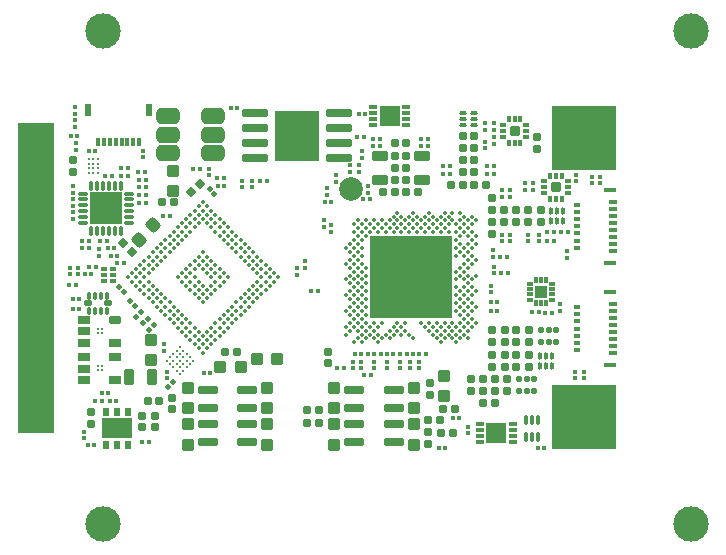
<source format=gbs>
G04*
G04 #@! TF.GenerationSoftware,Altium Limited,Altium Designer,19.1.6 (110)*
G04*
G04 Layer_Color=16711935*
%FSLAX44Y44*%
%MOMM*%
G71*
G01*
G75*
%ADD70R,3.1250X26.2500*%
%ADD71R,0.4000X0.4500*%
%ADD72R,0.4500X0.4000*%
%ADD89R,2.6000X0.7000*%
%ADD90C,0.2400*%
%ADD91C,0.3000*%
%ADD94C,2.0000*%
%ADD98C,3.0000*%
G04:AMPARAMS|DCode=99|XSize=0.6mm|YSize=0.7mm|CornerRadius=0.1mm|HoleSize=0mm|Usage=FLASHONLY|Rotation=90.000|XOffset=0mm|YOffset=0mm|HoleType=Round|Shape=RoundedRectangle|*
%AMROUNDEDRECTD99*
21,1,0.6000,0.5000,0,0,90.0*
21,1,0.4000,0.7000,0,0,90.0*
1,1,0.2000,0.2500,0.2000*
1,1,0.2000,0.2500,-0.2000*
1,1,0.2000,-0.2500,-0.2000*
1,1,0.2000,-0.2500,0.2000*
%
%ADD99ROUNDEDRECTD99*%
G04:AMPARAMS|DCode=108|XSize=0.7mm|YSize=0.7mm|CornerRadius=0.11mm|HoleSize=0mm|Usage=FLASHONLY|Rotation=0.000|XOffset=0mm|YOffset=0mm|HoleType=Round|Shape=RoundedRectangle|*
%AMROUNDEDRECTD108*
21,1,0.7000,0.4800,0,0,0.0*
21,1,0.4800,0.7000,0,0,0.0*
1,1,0.2200,0.2400,-0.2400*
1,1,0.2200,-0.2400,-0.2400*
1,1,0.2200,-0.2400,0.2400*
1,1,0.2200,0.2400,0.2400*
%
%ADD108ROUNDEDRECTD108*%
G04:AMPARAMS|DCode=110|XSize=1.4mm|YSize=0.9mm|CornerRadius=0.15mm|HoleSize=0mm|Usage=FLASHONLY|Rotation=90.000|XOffset=0mm|YOffset=0mm|HoleType=Round|Shape=RoundedRectangle|*
%AMROUNDEDRECTD110*
21,1,1.4000,0.6000,0,0,90.0*
21,1,1.1000,0.9000,0,0,90.0*
1,1,0.3000,0.3000,0.5500*
1,1,0.3000,0.3000,-0.5500*
1,1,0.3000,-0.3000,-0.5500*
1,1,0.3000,-0.3000,0.5500*
%
%ADD110ROUNDEDRECTD110*%
G04:AMPARAMS|DCode=111|XSize=0.4mm|YSize=0.45mm|CornerRadius=0mm|HoleSize=0mm|Usage=FLASHONLY|Rotation=45.000|XOffset=0mm|YOffset=0mm|HoleType=Round|Shape=Rectangle|*
%AMROTATEDRECTD111*
4,1,4,0.0177,-0.3005,-0.3005,0.0177,-0.0177,0.3005,0.3005,-0.0177,0.0177,-0.3005,0.0*
%
%ADD111ROTATEDRECTD111*%

G04:AMPARAMS|DCode=112|XSize=0.7mm|YSize=0.7mm|CornerRadius=0.11mm|HoleSize=0mm|Usage=FLASHONLY|Rotation=270.000|XOffset=0mm|YOffset=0mm|HoleType=Round|Shape=RoundedRectangle|*
%AMROUNDEDRECTD112*
21,1,0.7000,0.4800,0,0,270.0*
21,1,0.4800,0.7000,0,0,270.0*
1,1,0.2200,-0.2400,-0.2400*
1,1,0.2200,-0.2400,0.2400*
1,1,0.2200,0.2400,0.2400*
1,1,0.2200,0.2400,-0.2400*
%
%ADD112ROUNDEDRECTD112*%
G04:AMPARAMS|DCode=113|XSize=1.1mm|YSize=1mm|CornerRadius=0.1625mm|HoleSize=0mm|Usage=FLASHONLY|Rotation=270.000|XOffset=0mm|YOffset=0mm|HoleType=Round|Shape=RoundedRectangle|*
%AMROUNDEDRECTD113*
21,1,1.1000,0.6750,0,0,270.0*
21,1,0.7750,1.0000,0,0,270.0*
1,1,0.3250,-0.3375,-0.3875*
1,1,0.3250,-0.3375,0.3875*
1,1,0.3250,0.3375,0.3875*
1,1,0.3250,0.3375,-0.3875*
%
%ADD113ROUNDEDRECTD113*%
G04:AMPARAMS|DCode=114|XSize=1.1mm|YSize=1mm|CornerRadius=0.1625mm|HoleSize=0mm|Usage=FLASHONLY|Rotation=180.000|XOffset=0mm|YOffset=0mm|HoleType=Round|Shape=RoundedRectangle|*
%AMROUNDEDRECTD114*
21,1,1.1000,0.6750,0,0,180.0*
21,1,0.7750,1.0000,0,0,180.0*
1,1,0.3250,-0.3875,0.3375*
1,1,0.3250,0.3875,0.3375*
1,1,0.3250,0.3875,-0.3375*
1,1,0.3250,-0.3875,-0.3375*
%
%ADD114ROUNDEDRECTD114*%
G04:AMPARAMS|DCode=116|XSize=0.6mm|YSize=0.7mm|CornerRadius=0.1mm|HoleSize=0mm|Usage=FLASHONLY|Rotation=180.000|XOffset=0mm|YOffset=0mm|HoleType=Round|Shape=RoundedRectangle|*
%AMROUNDEDRECTD116*
21,1,0.6000,0.5000,0,0,180.0*
21,1,0.4000,0.7000,0,0,180.0*
1,1,0.2000,-0.2000,0.2500*
1,1,0.2000,0.2000,0.2500*
1,1,0.2000,0.2000,-0.2500*
1,1,0.2000,-0.2000,-0.2500*
%
%ADD116ROUNDEDRECTD116*%
G04:AMPARAMS|DCode=117|XSize=0.4mm|YSize=0.45mm|CornerRadius=0mm|HoleSize=0mm|Usage=FLASHONLY|Rotation=315.000|XOffset=0mm|YOffset=0mm|HoleType=Round|Shape=Rectangle|*
%AMROTATEDRECTD117*
4,1,4,-0.3005,-0.0177,0.0177,0.3005,0.3005,0.0177,-0.0177,-0.3005,-0.3005,-0.0177,0.0*
%
%ADD117ROTATEDRECTD117*%

%ADD118R,0.6000X0.8000*%
%ADD119R,2.6000X1.8000*%
G04:AMPARAMS|DCode=123|XSize=1.1mm|YSize=1.1mm|CornerRadius=0.2mm|HoleSize=0mm|Usage=FLASHONLY|Rotation=180.000|XOffset=0mm|YOffset=0mm|HoleType=Round|Shape=RoundedRectangle|*
%AMROUNDEDRECTD123*
21,1,1.1000,0.7000,0,0,180.0*
21,1,0.7000,1.1000,0,0,180.0*
1,1,0.4000,-0.3500,0.3500*
1,1,0.4000,0.3500,0.3500*
1,1,0.4000,0.3500,-0.3500*
1,1,0.4000,-0.3500,-0.3500*
%
%ADD123ROUNDEDRECTD123*%
%ADD124R,0.3000X0.4950*%
%ADD125R,0.4950X0.3000*%
G04:AMPARAMS|DCode=126|XSize=0.33mm|YSize=0.63mm|CornerRadius=0.1025mm|HoleSize=0mm|Usage=FLASHONLY|Rotation=0.000|XOffset=0mm|YOffset=0mm|HoleType=Round|Shape=RoundedRectangle|*
%AMROUNDEDRECTD126*
21,1,0.3300,0.4250,0,0,0.0*
21,1,0.1250,0.6300,0,0,0.0*
1,1,0.2050,0.0625,-0.2125*
1,1,0.2050,-0.0625,-0.2125*
1,1,0.2050,-0.0625,0.2125*
1,1,0.2050,0.0625,0.2125*
%
%ADD126ROUNDEDRECTD126*%
G04:AMPARAMS|DCode=128|XSize=0.6mm|YSize=0.7mm|CornerRadius=0.1mm|HoleSize=0mm|Usage=FLASHONLY|Rotation=45.000|XOffset=0mm|YOffset=0mm|HoleType=Round|Shape=RoundedRectangle|*
%AMROUNDEDRECTD128*
21,1,0.6000,0.5000,0,0,45.0*
21,1,0.4000,0.7000,0,0,45.0*
1,1,0.2000,0.3182,-0.0354*
1,1,0.2000,0.0354,-0.3182*
1,1,0.2000,-0.3182,0.0354*
1,1,0.2000,-0.0354,0.3182*
%
%ADD128ROUNDEDRECTD128*%
%ADD129R,5.5000X5.5000*%
%ADD144C,0.3500*%
%ADD180R,7.0000X7.0000*%
%ADD181O,0.3500X0.9000*%
%ADD182O,0.3500X1.0000*%
%ADD183O,1.0000X0.3500*%
%ADD184R,2.7000X2.7000*%
%ADD185R,0.6250X0.3500*%
G04:AMPARAMS|DCode=186|XSize=0.65mm|YSize=2.2mm|CornerRadius=0.1875mm|HoleSize=0mm|Usage=FLASHONLY|Rotation=90.000|XOffset=0mm|YOffset=0mm|HoleType=Round|Shape=RoundedRectangle|*
%AMROUNDEDRECTD186*
21,1,0.6500,1.8250,0,0,90.0*
21,1,0.2750,2.2000,0,0,90.0*
1,1,0.3750,0.9125,0.1375*
1,1,0.3750,0.9125,-0.1375*
1,1,0.3750,-0.9125,-0.1375*
1,1,0.3750,-0.9125,0.1375*
%
%ADD186ROUNDEDRECTD186*%
%ADD187R,3.7000X4.3000*%
%ADD188R,1.8000X1.8000*%
%ADD189R,0.7400X0.3900*%
G04:AMPARAMS|DCode=190|XSize=0.75mm|YSize=0.45mm|CornerRadius=0.1375mm|HoleSize=0mm|Usage=FLASHONLY|Rotation=180.000|XOffset=0mm|YOffset=0mm|HoleType=Round|Shape=RoundedRectangle|*
%AMROUNDEDRECTD190*
21,1,0.7500,0.1750,0,0,180.0*
21,1,0.4750,0.4500,0,0,180.0*
1,1,0.2750,-0.2375,0.0875*
1,1,0.2750,0.2375,0.0875*
1,1,0.2750,0.2375,-0.0875*
1,1,0.2750,-0.2375,-0.0875*
%
%ADD190ROUNDEDRECTD190*%
G04:AMPARAMS|DCode=191|XSize=0.65mm|YSize=0.4mm|CornerRadius=0.125mm|HoleSize=0mm|Usage=FLASHONLY|Rotation=270.000|XOffset=0mm|YOffset=0mm|HoleType=Round|Shape=RoundedRectangle|*
%AMROUNDEDRECTD191*
21,1,0.6500,0.1500,0,0,270.0*
21,1,0.4000,0.4000,0,0,270.0*
1,1,0.2500,-0.0750,-0.2000*
1,1,0.2500,-0.0750,0.2000*
1,1,0.2500,0.0750,0.2000*
1,1,0.2500,0.0750,-0.2000*
%
%ADD191ROUNDEDRECTD191*%
G04:AMPARAMS|DCode=192|XSize=0.65mm|YSize=0.35mm|CornerRadius=0.1125mm|HoleSize=0mm|Usage=FLASHONLY|Rotation=270.000|XOffset=0mm|YOffset=0mm|HoleType=Round|Shape=RoundedRectangle|*
%AMROUNDEDRECTD192*
21,1,0.6500,0.1250,0,0,270.0*
21,1,0.4250,0.3500,0,0,270.0*
1,1,0.2250,-0.0625,-0.2125*
1,1,0.2250,-0.0625,0.2125*
1,1,0.2250,0.0625,0.2125*
1,1,0.2250,0.0625,-0.2125*
%
%ADD192ROUNDEDRECTD192*%
%ADD193R,0.4000X0.8000*%
%ADD194R,0.5000X1.1000*%
%ADD195R,0.6000X0.4000*%
%ADD196R,0.8000X0.4000*%
%ADD197R,1.1000X0.4500*%
G04:AMPARAMS|DCode=198|XSize=1.7mm|YSize=0.6mm|CornerRadius=0.125mm|HoleSize=0mm|Usage=FLASHONLY|Rotation=0.000|XOffset=0mm|YOffset=0mm|HoleType=Round|Shape=RoundedRectangle|*
%AMROUNDEDRECTD198*
21,1,1.7000,0.3500,0,0,0.0*
21,1,1.4500,0.6000,0,0,0.0*
1,1,0.2500,0.7250,-0.1750*
1,1,0.2500,-0.7250,-0.1750*
1,1,0.2500,-0.7250,0.1750*
1,1,0.2500,0.7250,0.1750*
%
%ADD198ROUNDEDRECTD198*%
G04:AMPARAMS|DCode=199|XSize=1.4mm|YSize=0.9mm|CornerRadius=0.15mm|HoleSize=0mm|Usage=FLASHONLY|Rotation=0.000|XOffset=0mm|YOffset=0mm|HoleType=Round|Shape=RoundedRectangle|*
%AMROUNDEDRECTD199*
21,1,1.4000,0.6000,0,0,0.0*
21,1,1.1000,0.9000,0,0,0.0*
1,1,0.3000,0.5500,-0.3000*
1,1,0.3000,-0.5500,-0.3000*
1,1,0.3000,-0.5500,0.3000*
1,1,0.3000,0.5500,0.3000*
%
%ADD199ROUNDEDRECTD199*%
G04:AMPARAMS|DCode=200|XSize=0.3mm|YSize=0.55mm|CornerRadius=0.08mm|HoleSize=0mm|Usage=FLASHONLY|Rotation=90.000|XOffset=0mm|YOffset=0mm|HoleType=Round|Shape=RoundedRectangle|*
%AMROUNDEDRECTD200*
21,1,0.3000,0.3900,0,0,90.0*
21,1,0.1400,0.5500,0,0,90.0*
1,1,0.1600,0.1950,0.0700*
1,1,0.1600,0.1950,-0.0700*
1,1,0.1600,-0.1950,-0.0700*
1,1,0.1600,-0.1950,0.0700*
%
%ADD200ROUNDEDRECTD200*%
G04:AMPARAMS|DCode=201|XSize=0.3mm|YSize=0.55mm|CornerRadius=0.08mm|HoleSize=0mm|Usage=FLASHONLY|Rotation=0.000|XOffset=0mm|YOffset=0mm|HoleType=Round|Shape=RoundedRectangle|*
%AMROUNDEDRECTD201*
21,1,0.3000,0.3900,0,0,0.0*
21,1,0.1400,0.5500,0,0,0.0*
1,1,0.1600,0.0700,-0.1950*
1,1,0.1600,-0.0700,-0.1950*
1,1,0.1600,-0.0700,0.1950*
1,1,0.1600,0.0700,0.1950*
%
%ADD201ROUNDEDRECTD201*%
G04:AMPARAMS|DCode=202|XSize=0.9mm|YSize=0.9mm|CornerRadius=0.17mm|HoleSize=0mm|Usage=FLASHONLY|Rotation=180.000|XOffset=0mm|YOffset=0mm|HoleType=Round|Shape=RoundedRectangle|*
%AMROUNDEDRECTD202*
21,1,0.9000,0.5600,0,0,180.0*
21,1,0.5600,0.9000,0,0,180.0*
1,1,0.3400,-0.2800,0.2800*
1,1,0.3400,0.2800,0.2800*
1,1,0.3400,0.2800,-0.2800*
1,1,0.3400,-0.2800,-0.2800*
%
%ADD202ROUNDEDRECTD202*%
G04:AMPARAMS|DCode=203|XSize=0.55mm|YSize=0.45mm|CornerRadius=0.1025mm|HoleSize=0mm|Usage=FLASHONLY|Rotation=180.000|XOffset=0mm|YOffset=0mm|HoleType=Round|Shape=RoundedRectangle|*
%AMROUNDEDRECTD203*
21,1,0.5500,0.2450,0,0,180.0*
21,1,0.3450,0.4500,0,0,180.0*
1,1,0.2050,-0.1725,0.1225*
1,1,0.2050,0.1725,0.1225*
1,1,0.2050,0.1725,-0.1225*
1,1,0.2050,-0.1725,-0.1225*
%
%ADD203ROUNDEDRECTD203*%
%ADD204C,0.3000*%
G04:AMPARAMS|DCode=205|XSize=1.4mm|YSize=1.95mm|CornerRadius=0.375mm|HoleSize=0mm|Usage=FLASHONLY|Rotation=270.000|XOffset=0mm|YOffset=0mm|HoleType=Round|Shape=RoundedRectangle|*
%AMROUNDEDRECTD205*
21,1,1.4000,1.2000,0,0,270.0*
21,1,0.6500,1.9500,0,0,270.0*
1,1,0.7500,-0.6000,-0.3250*
1,1,0.7500,-0.6000,0.3250*
1,1,0.7500,0.6000,0.3250*
1,1,0.7500,0.6000,-0.3250*
%
%ADD205ROUNDEDRECTD205*%
G04:AMPARAMS|DCode=206|XSize=0.4mm|YSize=0.8mm|CornerRadius=0.125mm|HoleSize=0mm|Usage=FLASHONLY|Rotation=180.000|XOffset=0mm|YOffset=0mm|HoleType=Round|Shape=RoundedRectangle|*
%AMROUNDEDRECTD206*
21,1,0.4000,0.5500,0,0,180.0*
21,1,0.1500,0.8000,0,0,180.0*
1,1,0.2500,-0.0750,0.2750*
1,1,0.2500,0.0750,0.2750*
1,1,0.2500,0.0750,-0.2750*
1,1,0.2500,-0.0750,-0.2750*
%
%ADD206ROUNDEDRECTD206*%
G04:AMPARAMS|DCode=207|XSize=1.1mm|YSize=1mm|CornerRadius=0.1625mm|HoleSize=0mm|Usage=FLASHONLY|Rotation=315.000|XOffset=0mm|YOffset=0mm|HoleType=Round|Shape=RoundedRectangle|*
%AMROUNDEDRECTD207*
21,1,1.1000,0.6750,0,0,315.0*
21,1,0.7750,1.0000,0,0,315.0*
1,1,0.3250,0.0354,-0.5127*
1,1,0.3250,-0.5127,0.0354*
1,1,0.3250,-0.0354,0.5127*
1,1,0.3250,0.5127,-0.0354*
%
%ADD207ROUNDEDRECTD207*%
G04:AMPARAMS|DCode=208|XSize=0.6mm|YSize=0.7mm|CornerRadius=0.1mm|HoleSize=0mm|Usage=FLASHONLY|Rotation=135.000|XOffset=0mm|YOffset=0mm|HoleType=Round|Shape=RoundedRectangle|*
%AMROUNDEDRECTD208*
21,1,0.6000,0.5000,0,0,135.0*
21,1,0.4000,0.7000,0,0,135.0*
1,1,0.2000,0.0354,0.3182*
1,1,0.2000,0.3182,0.0354*
1,1,0.2000,-0.0354,-0.3182*
1,1,0.2000,-0.3182,-0.0354*
%
%ADD208ROUNDEDRECTD208*%
G04:AMPARAMS|DCode=209|XSize=0.33mm|YSize=0.63mm|CornerRadius=0.1025mm|HoleSize=0mm|Usage=FLASHONLY|Rotation=90.000|XOffset=0mm|YOffset=0mm|HoleType=Round|Shape=RoundedRectangle|*
%AMROUNDEDRECTD209*
21,1,0.3300,0.4250,0,0,90.0*
21,1,0.1250,0.6300,0,0,90.0*
1,1,0.2050,0.2125,0.0625*
1,1,0.2050,0.2125,-0.0625*
1,1,0.2050,-0.2125,-0.0625*
1,1,0.2050,-0.2125,0.0625*
%
%ADD209ROUNDEDRECTD209*%
G04:AMPARAMS|DCode=210|XSize=0.7mm|YSize=1.1mm|CornerRadius=0.125mm|HoleSize=0mm|Usage=FLASHONLY|Rotation=90.000|XOffset=0mm|YOffset=0mm|HoleType=Round|Shape=RoundedRectangle|*
%AMROUNDEDRECTD210*
21,1,0.7000,0.8500,0,0,90.0*
21,1,0.4500,1.1000,0,0,90.0*
1,1,0.2500,0.4250,0.2250*
1,1,0.2500,0.4250,-0.2250*
1,1,0.2500,-0.4250,-0.2250*
1,1,0.2500,-0.4250,0.2250*
%
%ADD210ROUNDEDRECTD210*%
G04:AMPARAMS|DCode=211|XSize=0.65mm|YSize=1.1mm|CornerRadius=0.1188mm|HoleSize=0mm|Usage=FLASHONLY|Rotation=90.000|XOffset=0mm|YOffset=0mm|HoleType=Round|Shape=RoundedRectangle|*
%AMROUNDEDRECTD211*
21,1,0.6500,0.8625,0,0,90.0*
21,1,0.4125,1.1000,0,0,90.0*
1,1,0.2375,0.4313,0.2063*
1,1,0.2375,0.4313,-0.2063*
1,1,0.2375,-0.4313,-0.2063*
1,1,0.2375,-0.4313,0.2063*
%
%ADD211ROUNDEDRECTD211*%
D70*
X-26875Y148250D02*
D03*
D71*
X168800Y230550D02*
D03*
X163200D02*
D03*
X60700Y231000D02*
D03*
X66300D02*
D03*
X60700Y224750D02*
D03*
X66300D02*
D03*
X23750Y157500D02*
D03*
X18150D02*
D03*
X20050Y151000D02*
D03*
X14450D02*
D03*
X60750Y218200D02*
D03*
X66350D02*
D03*
X60700Y211250D02*
D03*
X66300D02*
D03*
X27450Y179250D02*
D03*
X33050D02*
D03*
X36450Y166750D02*
D03*
X42050D02*
D03*
X33950Y173250D02*
D03*
X39550D02*
D03*
X12450Y173250D02*
D03*
X18050D02*
D03*
Y179750D02*
D03*
X12450D02*
D03*
X45450Y241250D02*
D03*
X51050D02*
D03*
X59700Y237500D02*
D03*
X65300D02*
D03*
X31700Y234500D02*
D03*
X37300D02*
D03*
X45450D02*
D03*
X51050D02*
D03*
X28950Y50750D02*
D03*
X34550D02*
D03*
X126950Y232500D02*
D03*
X132550D02*
D03*
X319800Y4500D02*
D03*
X314200D02*
D03*
X246450Y287250D02*
D03*
X252050D02*
D03*
X398250Y4000D02*
D03*
X403850D02*
D03*
X68777Y9000D02*
D03*
X63177D02*
D03*
X143800Y292250D02*
D03*
X138200D02*
D03*
X35766Y43666D02*
D03*
X41366D02*
D03*
X23438D02*
D03*
X29038D02*
D03*
X331750Y29189D02*
D03*
X326150D02*
D03*
X47800Y160500D02*
D03*
X42200D02*
D03*
X406200Y179750D02*
D03*
X411800D02*
D03*
X418150Y187000D02*
D03*
X423750D02*
D03*
X406150D02*
D03*
X411750D02*
D03*
X305300Y266000D02*
D03*
X299700D02*
D03*
X264300Y259500D02*
D03*
X258700D02*
D03*
X299700D02*
D03*
X305300D02*
D03*
X258700Y266000D02*
D03*
X264300D02*
D03*
X361100Y242500D02*
D03*
X355500D02*
D03*
Y236000D02*
D03*
X361100D02*
D03*
X317900Y242500D02*
D03*
X323500D02*
D03*
Y236000D02*
D03*
X317900D02*
D03*
X223300Y212250D02*
D03*
X217700D02*
D03*
X112250Y240550D02*
D03*
X106650D02*
D03*
X127000Y225550D02*
D03*
X132600D02*
D03*
X257050Y65750D02*
D03*
X251450D02*
D03*
X234000Y71707D02*
D03*
X228400D02*
D03*
X211975Y136970D02*
D03*
X206375D02*
D03*
X2700Y268250D02*
D03*
X8300D02*
D03*
X245500Y267800D02*
D03*
X251100D02*
D03*
X23600Y255250D02*
D03*
X18000D02*
D03*
X115357Y67707D02*
D03*
X120957D02*
D03*
X364050Y120150D02*
D03*
X358450D02*
D03*
X10050Y130500D02*
D03*
X4450Y130500D02*
D03*
X10050Y122058D02*
D03*
X4450D02*
D03*
X17195Y6750D02*
D03*
X22795Y6750D02*
D03*
X7043Y141747D02*
D03*
X1443D02*
D03*
X393185Y119100D02*
D03*
X398785Y119100D02*
D03*
X410050Y118500D02*
D03*
X404450D02*
D03*
X86479Y200750D02*
D03*
X80879D02*
D03*
X364050Y127500D02*
D03*
X358450D02*
D03*
X256050Y214500D02*
D03*
X250450D02*
D03*
X292665Y84000D02*
D03*
X287065D02*
D03*
X281550D02*
D03*
X275950D02*
D03*
X270750D02*
D03*
X265150D02*
D03*
X297950D02*
D03*
X303550D02*
D03*
X259750D02*
D03*
X254150D02*
D03*
X248750D02*
D03*
X243150D02*
D03*
X371850Y165950D02*
D03*
X366250D02*
D03*
X367450Y152050D02*
D03*
X373050D02*
D03*
D72*
X147750Y230550D02*
D03*
Y224950D02*
D03*
X156250D02*
D03*
Y230550D02*
D03*
X1950Y156600D02*
D03*
Y151000D02*
D03*
X8700D02*
D03*
Y156600D02*
D03*
X4500Y197950D02*
D03*
Y203550D02*
D03*
X4500Y214550D02*
D03*
Y208950D02*
D03*
Y225750D02*
D03*
Y220150D02*
D03*
X26750Y172300D02*
D03*
Y166700D02*
D03*
X14000Y18050D02*
D03*
Y12450D02*
D03*
X120162Y240600D02*
D03*
Y235000D02*
D03*
X422500Y170800D02*
D03*
Y165200D02*
D03*
X429500Y68850D02*
D03*
Y63250D02*
D03*
X437000Y68800D02*
D03*
Y63200D02*
D03*
X339250Y16700D02*
D03*
Y22300D02*
D03*
X220000Y218700D02*
D03*
Y224300D02*
D03*
X227250Y229700D02*
D03*
Y235300D02*
D03*
X6500Y292750D02*
D03*
Y287150D02*
D03*
X390250Y179200D02*
D03*
Y184800D02*
D03*
X399000D02*
D03*
Y179200D02*
D03*
X387250Y222700D02*
D03*
Y228300D02*
D03*
X393750D02*
D03*
Y222700D02*
D03*
X374250Y178950D02*
D03*
Y184550D02*
D03*
X367750D02*
D03*
Y178950D02*
D03*
X374500Y222300D02*
D03*
Y216700D02*
D03*
X368000Y216700D02*
D03*
Y222300D02*
D03*
X194250Y156550D02*
D03*
Y150950D02*
D03*
X201000Y156550D02*
D03*
Y162150D02*
D03*
X353500Y257950D02*
D03*
Y263550D02*
D03*
X241750Y77300D02*
D03*
Y71700D02*
D03*
X84000Y63200D02*
D03*
Y68800D02*
D03*
X246750Y243300D02*
D03*
Y237700D02*
D03*
X6500Y275950D02*
D03*
Y281550D02*
D03*
X239250Y243300D02*
D03*
Y237700D02*
D03*
X63500Y255750D02*
D03*
Y250150D02*
D03*
X249750Y249950D02*
D03*
Y255550D02*
D03*
X7500Y256450D02*
D03*
Y262050D02*
D03*
X81500Y86450D02*
D03*
Y92050D02*
D03*
X416750Y120450D02*
D03*
Y126050D02*
D03*
X358500Y135950D02*
D03*
Y141550D02*
D03*
X361000Y157650D02*
D03*
Y152050D02*
D03*
X450750Y228200D02*
D03*
X450750Y233800D02*
D03*
X444250Y228200D02*
D03*
Y233800D02*
D03*
X430200Y235350D02*
D03*
Y229750D02*
D03*
X353750Y278850D02*
D03*
X353750Y273250D02*
D03*
X361250Y278850D02*
D03*
Y273250D02*
D03*
X361000Y261700D02*
D03*
Y267300D02*
D03*
X254250Y225800D02*
D03*
Y220200D02*
D03*
X223250Y192550D02*
D03*
Y186950D02*
D03*
X216750Y196800D02*
D03*
Y191200D02*
D03*
X290000Y71700D02*
D03*
Y77300D02*
D03*
X281500Y71700D02*
D03*
Y77300D02*
D03*
X270750Y71700D02*
D03*
Y77300D02*
D03*
X298000Y71700D02*
D03*
Y77300D02*
D03*
X259700Y71700D02*
D03*
Y77300D02*
D03*
X248750Y71700D02*
D03*
Y77300D02*
D03*
X360000Y165950D02*
D03*
Y171550D02*
D03*
D89*
X-25000Y262497D02*
D03*
Y254497D02*
D03*
X-25000Y246497D02*
D03*
Y238497D02*
D03*
Y230497D02*
D03*
Y222497D02*
D03*
X-25000Y214497D02*
D03*
Y206497D02*
D03*
X-25000Y166497D02*
D03*
X-25000Y158497D02*
D03*
Y150497D02*
D03*
Y142497D02*
D03*
Y134497D02*
D03*
Y126497D02*
D03*
Y118497D02*
D03*
Y110497D02*
D03*
Y102497D02*
D03*
Y94497D02*
D03*
Y86497D02*
D03*
Y78497D02*
D03*
Y70497D02*
D03*
Y62497D02*
D03*
Y54497D02*
D03*
X-25000Y46497D02*
D03*
Y38497D02*
D03*
Y30497D02*
D03*
D90*
X25500Y69750D02*
D03*
X29000D02*
D03*
X25500Y73250D02*
D03*
X29000D02*
D03*
Y105000D02*
D03*
X25500D02*
D03*
X29000Y101500D02*
D03*
X25500D02*
D03*
D91*
X106478Y78085D02*
D03*
X83851D02*
D03*
X86679Y80914D02*
D03*
X89508Y83742D02*
D03*
X92336Y86571D02*
D03*
X95164Y89399D02*
D03*
X100821Y72429D02*
D03*
X103650Y75257D02*
D03*
X89508Y72429D02*
D03*
X92336Y75257D02*
D03*
X95164Y78085D02*
D03*
X97993Y80914D02*
D03*
X100821Y83742D02*
D03*
X95164Y66772D02*
D03*
X92336Y69600D02*
D03*
X95164Y72429D02*
D03*
X97993Y75257D02*
D03*
X100821Y78085D02*
D03*
X103650Y80914D02*
D03*
X86679Y75257D02*
D03*
X89508Y78085D02*
D03*
X92336Y80914D02*
D03*
X97993Y69600D02*
D03*
X95164Y83742D02*
D03*
X97993Y86571D02*
D03*
D94*
X240250Y223500D02*
D03*
D98*
X30000Y357300D02*
D03*
X528250Y357300D02*
D03*
Y-60300D02*
D03*
X30050Y-60250D02*
D03*
D99*
X327750Y37250D02*
D03*
X317750D02*
D03*
X143500Y85000D02*
D03*
X133500D02*
D03*
X80000Y211969D02*
D03*
X90000D02*
D03*
X361771Y42000D02*
D03*
X351771D02*
D03*
X361975Y52535D02*
D03*
X351975D02*
D03*
X361975Y62535D02*
D03*
X351975D02*
D03*
X287000Y231000D02*
D03*
X277000D02*
D03*
X344500Y237500D02*
D03*
X334500D02*
D03*
Y268500D02*
D03*
X344500D02*
D03*
X277000Y262000D02*
D03*
X287000D02*
D03*
X380025Y83045D02*
D03*
X370025D02*
D03*
X380025Y73045D02*
D03*
X370025D02*
D03*
X380000Y205500D02*
D03*
X390000D02*
D03*
Y195500D02*
D03*
X380000D02*
D03*
X370025Y94045D02*
D03*
X380025D02*
D03*
X370025Y104045D02*
D03*
X380025D02*
D03*
D108*
X220500Y85750D02*
D03*
Y75750D02*
D03*
X88750Y36750D02*
D03*
Y46750D02*
D03*
X390525Y104045D02*
D03*
Y94045D02*
D03*
X372475Y62535D02*
D03*
Y52535D02*
D03*
X73745Y21500D02*
D03*
Y31500D02*
D03*
X359000Y205500D02*
D03*
X359000Y215500D02*
D03*
Y195500D02*
D03*
Y185500D02*
D03*
X306500Y58750D02*
D03*
Y48750D02*
D03*
X305250Y17500D02*
D03*
Y7500D02*
D03*
D110*
X51750Y64500D02*
D03*
X71750D02*
D03*
D111*
X85406Y55599D02*
D03*
X89366Y59559D02*
D03*
X69372Y104062D02*
D03*
X73331Y108022D02*
D03*
X58411Y115022D02*
D03*
X62371Y118982D02*
D03*
X67851Y113502D02*
D03*
X63892Y109542D02*
D03*
D112*
X77750Y43750D02*
D03*
X67750D02*
D03*
X315250Y27500D02*
D03*
X305250D02*
D03*
X316500Y16500D02*
D03*
X326500Y16500D02*
D03*
X287000Y220500D02*
D03*
X297000D02*
D03*
X277000D02*
D03*
X267000D02*
D03*
X334500Y227000D02*
D03*
X324500D02*
D03*
X344500D02*
D03*
X354500D02*
D03*
X212750Y36500D02*
D03*
X202750D02*
D03*
X212750Y25500D02*
D03*
X202750D02*
D03*
D113*
X160500Y79500D02*
D03*
X177500D02*
D03*
X146500Y72750D02*
D03*
X129500D02*
D03*
D114*
X226000Y24000D02*
D03*
Y7000D02*
D03*
X318500Y64750D02*
D03*
Y47750D02*
D03*
X89250Y239000D02*
D03*
Y222000D02*
D03*
X70289Y95250D02*
D03*
Y78250D02*
D03*
X169250Y55000D02*
D03*
Y38000D02*
D03*
X102250Y55000D02*
D03*
Y38000D02*
D03*
X169250Y7000D02*
D03*
Y24000D02*
D03*
X102250D02*
D03*
Y7000D02*
D03*
X293000Y38000D02*
D03*
Y55000D02*
D03*
X226000Y55000D02*
D03*
Y38000D02*
D03*
X293000Y7000D02*
D03*
Y24000D02*
D03*
D116*
X4750Y248000D02*
D03*
Y238000D02*
D03*
X397500Y267000D02*
D03*
Y257000D02*
D03*
X341475Y52535D02*
D03*
Y62535D02*
D03*
X63245Y21500D02*
D03*
Y31500D02*
D03*
X20104Y24750D02*
D03*
Y34750D02*
D03*
X334500Y248000D02*
D03*
Y258000D02*
D03*
X344500D02*
D03*
Y248000D02*
D03*
X287000Y251500D02*
D03*
Y241500D02*
D03*
X277000D02*
D03*
Y251500D02*
D03*
X359525Y73045D02*
D03*
Y83045D02*
D03*
X390525Y73045D02*
D03*
Y83045D02*
D03*
X400500Y205500D02*
D03*
Y195500D02*
D03*
X369500D02*
D03*
Y205500D02*
D03*
X359525Y104045D02*
D03*
Y94045D02*
D03*
D117*
X44020Y140230D02*
D03*
X47980Y136270D02*
D03*
X120270Y223230D02*
D03*
X124230Y219270D02*
D03*
X52931Y128422D02*
D03*
X56891Y124462D02*
D03*
D118*
X51250Y34750D02*
D03*
X41750D02*
D03*
X32250D02*
D03*
Y6750D02*
D03*
X41750D02*
D03*
X51250D02*
D03*
D119*
X41750Y20750D02*
D03*
D123*
X401000Y136500D02*
D03*
D124*
X405000Y126975D02*
D03*
X401000Y126975D02*
D03*
X397000D02*
D03*
Y146025D02*
D03*
X401000Y146025D02*
D03*
X405000D02*
D03*
D125*
X410525Y143250D02*
D03*
X410525Y138750D02*
D03*
Y134250D02*
D03*
X410525Y129750D02*
D03*
X391475Y129750D02*
D03*
Y134250D02*
D03*
Y138750D02*
D03*
X391475Y143250D02*
D03*
D126*
X404827Y82295D02*
D03*
X409827D02*
D03*
X404827Y73795D02*
D03*
X409827D02*
D03*
X399827D02*
D03*
Y82295D02*
D03*
X419510Y196250D02*
D03*
X414510D02*
D03*
X419510Y204750D02*
D03*
X414510D02*
D03*
X409510D02*
D03*
Y196250D02*
D03*
D128*
X47214Y177535D02*
D03*
X54285Y170464D02*
D03*
D129*
X437500Y30500D02*
D03*
Y266500D02*
D03*
D144*
X329295Y93510D02*
D03*
X332625Y96840D02*
D03*
X335955Y100170D02*
D03*
X339285Y103500D02*
D03*
X342615Y106830D02*
D03*
X345945Y110160D02*
D03*
X342615Y113490D02*
D03*
X339285Y110160D02*
D03*
X332625Y103500D02*
D03*
X335955Y106830D02*
D03*
X325965Y96840D02*
D03*
X329295Y100170D02*
D03*
X325965Y103500D02*
D03*
X322635Y100170D02*
D03*
X332625Y110160D02*
D03*
X329295Y106830D02*
D03*
X335955Y113490D02*
D03*
X339285Y116820D02*
D03*
X322635Y106830D02*
D03*
X319305Y103500D02*
D03*
X325965Y110160D02*
D03*
X335955Y120150D02*
D03*
X332625Y116820D02*
D03*
X312645Y96840D02*
D03*
X315975Y100170D02*
D03*
Y93510D02*
D03*
X319305Y96840D02*
D03*
X342615Y126810D02*
D03*
X339285Y123480D02*
D03*
X345945D02*
D03*
X342615Y120150D02*
D03*
X335955Y126810D02*
D03*
X339285Y130140D02*
D03*
X329295Y120150D02*
D03*
X332625Y123480D02*
D03*
X315975Y106830D02*
D03*
X319305Y110160D02*
D03*
X309315Y100170D02*
D03*
X312645Y103500D02*
D03*
X309315Y106830D02*
D03*
X305985Y103500D02*
D03*
X312645Y110160D02*
D03*
X305985D02*
D03*
X302655Y106830D02*
D03*
X299325Y110160D02*
D03*
X345945Y136800D02*
D03*
X342615Y133470D02*
D03*
X339285Y136800D02*
D03*
X342615Y140130D02*
D03*
X329295Y126810D02*
D03*
X335955Y133470D02*
D03*
X332625Y130140D02*
D03*
X342615Y146790D02*
D03*
X332625Y136800D02*
D03*
X329295Y133470D02*
D03*
X339285Y143460D02*
D03*
X335955Y140130D02*
D03*
X329295D02*
D03*
X335955Y146790D02*
D03*
Y153450D02*
D03*
X339285Y156780D02*
D03*
X329295Y146790D02*
D03*
X332625Y150120D02*
D03*
X345945Y163440D02*
D03*
X342615Y160110D02*
D03*
X335955D02*
D03*
X339285Y163440D02*
D03*
X329295Y153450D02*
D03*
X332625Y156780D02*
D03*
X342615Y166770D02*
D03*
X335955D02*
D03*
X339285Y170100D02*
D03*
X345945Y176760D02*
D03*
X342615Y173430D02*
D03*
X335955D02*
D03*
X339285Y176760D02*
D03*
X329295Y166770D02*
D03*
X332625Y170100D02*
D03*
X345945Y183420D02*
D03*
X342615Y180090D02*
D03*
X339285Y183420D02*
D03*
X329295Y173430D02*
D03*
X332625Y176760D02*
D03*
X339285Y190081D02*
D03*
X329295Y180090D02*
D03*
X332625Y183420D02*
D03*
X345945Y196740D02*
D03*
X342615Y193410D02*
D03*
X335955D02*
D03*
X339285Y196740D02*
D03*
X332625Y190081D02*
D03*
X342615Y200070D02*
D03*
X335955D02*
D03*
X329295Y193410D02*
D03*
X332625Y196740D02*
D03*
X339285Y96840D02*
D03*
X286005Y110160D02*
D03*
X279345D02*
D03*
X282675Y106830D02*
D03*
X286005Y103500D02*
D03*
X289335Y100170D02*
D03*
X292665Y96840D02*
D03*
X276015Y106830D02*
D03*
X279345Y103500D02*
D03*
X276015Y100170D02*
D03*
X272685Y103500D02*
D03*
Y96840D02*
D03*
X269355Y100170D02*
D03*
X282675D02*
D03*
X266025Y96840D02*
D03*
X262695Y93510D02*
D03*
X259365Y96840D02*
D03*
X262695Y100170D02*
D03*
X266025Y110160D02*
D03*
X262695Y106830D02*
D03*
X259365Y103500D02*
D03*
X252705Y96840D02*
D03*
X256035Y100170D02*
D03*
X249375Y93510D02*
D03*
X242715D02*
D03*
X249375Y100170D02*
D03*
X246045Y96840D02*
D03*
X252705Y103500D02*
D03*
X256035Y106830D02*
D03*
X259365Y110160D02*
D03*
X246045Y103500D02*
D03*
X249375Y106830D02*
D03*
X252705Y110160D02*
D03*
X236054Y100170D02*
D03*
X242715Y106830D02*
D03*
X239385Y103500D02*
D03*
X246045Y110160D02*
D03*
X249375Y113490D02*
D03*
X252705Y116820D02*
D03*
X236054Y106830D02*
D03*
X242715Y113490D02*
D03*
X239385Y110160D02*
D03*
X246045Y116820D02*
D03*
X249375Y120150D02*
D03*
X252705Y123480D02*
D03*
X242715Y120150D02*
D03*
X239385Y116820D02*
D03*
X246045Y123480D02*
D03*
X249375Y126810D02*
D03*
X252705Y130140D02*
D03*
X236054Y120150D02*
D03*
X242715Y126810D02*
D03*
X239385Y123480D02*
D03*
X246045Y130140D02*
D03*
X249375Y133470D02*
D03*
X252705Y136800D02*
D03*
X242715Y133470D02*
D03*
X239385Y130140D02*
D03*
X246045Y136800D02*
D03*
X249375Y140130D02*
D03*
X252705Y143460D02*
D03*
X236054Y133470D02*
D03*
X242715Y140130D02*
D03*
X239385Y136800D02*
D03*
X246045Y143460D02*
D03*
X249375Y146790D02*
D03*
X252705Y150120D02*
D03*
X242715Y146790D02*
D03*
X239385Y143460D02*
D03*
X246045Y150120D02*
D03*
X249375Y153450D02*
D03*
X252705Y156781D02*
D03*
X236054Y146791D02*
D03*
X242715Y153450D02*
D03*
X239385Y150120D02*
D03*
X246045Y156781D02*
D03*
X249375Y160110D02*
D03*
X242715Y160111D02*
D03*
X239385Y156781D02*
D03*
X246045Y163441D02*
D03*
X249375Y166771D02*
D03*
X236054Y160111D02*
D03*
X242715Y166771D02*
D03*
X239385Y163441D02*
D03*
X246045Y170101D02*
D03*
X249375Y173431D02*
D03*
X239385Y170101D02*
D03*
X246045Y176761D02*
D03*
X242715Y173431D02*
D03*
X249375Y180091D02*
D03*
X252705Y183421D02*
D03*
X256035Y186751D02*
D03*
X236054Y173431D02*
D03*
X242715Y180091D02*
D03*
X239385Y176761D02*
D03*
X246045Y183421D02*
D03*
X249375Y186751D02*
D03*
X252705Y190081D02*
D03*
X259365Y196741D02*
D03*
X256035Y193411D02*
D03*
X262695D02*
D03*
X259365Y190081D02*
D03*
X252705Y196741D02*
D03*
X249375Y193411D02*
D03*
X246045Y190081D02*
D03*
X242715Y186751D02*
D03*
X246045Y196741D02*
D03*
X242715Y193411D02*
D03*
X262695Y186751D02*
D03*
X269355D02*
D03*
X276015D02*
D03*
X282675D02*
D03*
X289335D02*
D03*
X295995D02*
D03*
X302655D02*
D03*
X309315D02*
D03*
X315975D02*
D03*
X322635D02*
D03*
X329295D02*
D03*
X335955D02*
D03*
X342615D02*
D03*
X266025Y190081D02*
D03*
X272685D02*
D03*
X279345D02*
D03*
X286005D02*
D03*
X292665D02*
D03*
X299325D02*
D03*
X305985D02*
D03*
X319305D02*
D03*
X312645D02*
D03*
X322635Y193411D02*
D03*
X315975D02*
D03*
X309315D02*
D03*
X302655D02*
D03*
X295995D02*
D03*
X289335D02*
D03*
X282675D02*
D03*
X276015D02*
D03*
X269355D02*
D03*
X319305Y196741D02*
D03*
X312645D02*
D03*
X305985D02*
D03*
X299325D02*
D03*
X292665D02*
D03*
X286005D02*
D03*
X279345D02*
D03*
X272685D02*
D03*
X266025D02*
D03*
X325965D02*
D03*
X332625Y203400D02*
D03*
X322635Y200071D02*
D03*
X276015D02*
D03*
X282675D02*
D03*
X289335D02*
D03*
X295995D02*
D03*
X302655D02*
D03*
X309315D02*
D03*
X315975D02*
D03*
X325965Y203401D02*
D03*
X319305D02*
D03*
X305985D02*
D03*
X292665D02*
D03*
X279345D02*
D03*
X345945Y150120D02*
D03*
X339285D02*
D03*
X125274Y187391D02*
D03*
X121738Y190926D02*
D03*
X118203Y194462D02*
D03*
X121738Y197997D02*
D03*
X51028Y148500D02*
D03*
X54563Y144965D02*
D03*
X58099Y141429D02*
D03*
X61634Y137893D02*
D03*
X65170Y134358D02*
D03*
X68705Y130822D02*
D03*
X72241Y127287D02*
D03*
X75776Y123751D02*
D03*
X79312Y120216D02*
D03*
X82847Y116680D02*
D03*
X86383Y113145D02*
D03*
X89918Y109609D02*
D03*
X93454Y106074D02*
D03*
X96990Y102538D02*
D03*
X100525Y99003D02*
D03*
X104061Y95467D02*
D03*
X107596Y91931D02*
D03*
X111132Y88396D02*
D03*
X114667Y84860D02*
D03*
X54563Y152036D02*
D03*
X58099Y148500D02*
D03*
X61634Y144965D02*
D03*
X65170Y141429D02*
D03*
X68705Y137893D02*
D03*
X72241Y134358D02*
D03*
X75776Y130822D02*
D03*
X79312Y127287D02*
D03*
X82847Y123751D02*
D03*
X86383Y120216D02*
D03*
X89918Y116680D02*
D03*
X93454Y113145D02*
D03*
X96990Y109609D02*
D03*
X100525Y106074D02*
D03*
X104061Y102538D02*
D03*
X107596Y99003D02*
D03*
X111132Y95467D02*
D03*
X114667Y91931D02*
D03*
X118203Y88396D02*
D03*
X58099Y155571D02*
D03*
X61634Y152036D02*
D03*
X65170Y148500D02*
D03*
X68705Y144965D02*
D03*
X72241Y141429D02*
D03*
X75777Y137893D02*
D03*
X79312Y134358D02*
D03*
X82847Y130822D02*
D03*
X86383Y127287D02*
D03*
X89919Y123751D02*
D03*
X93454Y120216D02*
D03*
X96990Y116680D02*
D03*
X100525Y113145D02*
D03*
X104061Y109609D02*
D03*
X107596Y106074D02*
D03*
X111132Y102538D02*
D03*
X114667Y99003D02*
D03*
X118203Y95467D02*
D03*
X121738Y91931D02*
D03*
X61634Y159107D02*
D03*
X65170Y155571D02*
D03*
X68705Y152036D02*
D03*
X118203Y102538D02*
D03*
X121738Y99003D02*
D03*
X125274Y95467D02*
D03*
X65170Y162642D02*
D03*
X68705Y159107D02*
D03*
X72241Y155571D02*
D03*
X121738Y106074D02*
D03*
X125274Y102538D02*
D03*
X128809Y99003D02*
D03*
X68705Y166178D02*
D03*
X72241Y162642D02*
D03*
X75776Y159107D02*
D03*
X125274Y109609D02*
D03*
X128809Y106074D02*
D03*
X132345Y102538D02*
D03*
X72241Y169713D02*
D03*
X75776Y166178D02*
D03*
X79312Y162642D02*
D03*
X93454Y148500D02*
D03*
X96990Y144965D02*
D03*
X100525Y141429D02*
D03*
X104061Y137893D02*
D03*
X107596Y134358D02*
D03*
X111132Y130822D02*
D03*
X114667Y127287D02*
D03*
X128809Y113145D02*
D03*
X132345Y109609D02*
D03*
X135880Y106074D02*
D03*
X75777Y173249D02*
D03*
X82847Y166178D02*
D03*
X96990Y152036D02*
D03*
X100525Y148500D02*
D03*
X104061Y144965D02*
D03*
X107596Y141429D02*
D03*
X111132Y137893D02*
D03*
X114667Y134358D02*
D03*
X118203Y130822D02*
D03*
X132345Y116680D02*
D03*
X135880Y113145D02*
D03*
X139416Y109609D02*
D03*
X79312Y176784D02*
D03*
X86383Y169713D02*
D03*
X100525Y155571D02*
D03*
X104061Y152036D02*
D03*
X107596Y148500D02*
D03*
X111132Y144965D02*
D03*
X114667Y141429D02*
D03*
X118203Y137893D02*
D03*
X121738Y134358D02*
D03*
X135880Y120216D02*
D03*
X139416Y116680D02*
D03*
X142952Y113145D02*
D03*
X82847Y180320D02*
D03*
X86383Y176784D02*
D03*
X89919Y173249D02*
D03*
X104061Y159107D02*
D03*
X107596Y155571D02*
D03*
X121738Y141429D02*
D03*
X125274Y137893D02*
D03*
X139416Y123751D02*
D03*
X142952Y120216D02*
D03*
X146487Y116680D02*
D03*
X86383Y183855D02*
D03*
X89918Y180320D02*
D03*
X93454Y176784D02*
D03*
X107596Y162642D02*
D03*
X111132Y159107D02*
D03*
X114667Y155571D02*
D03*
X118203Y152036D02*
D03*
X121738Y148500D02*
D03*
X125274Y144965D02*
D03*
X128809Y141429D02*
D03*
X142951Y127287D02*
D03*
X146487Y123751D02*
D03*
X150023Y120216D02*
D03*
X89918Y187391D02*
D03*
X93454Y183855D02*
D03*
X96990Y180320D02*
D03*
X111132Y166178D02*
D03*
X114667Y162642D02*
D03*
X118203Y159107D02*
D03*
X121738Y155571D02*
D03*
X125274Y152036D02*
D03*
X128809Y148500D02*
D03*
X132345Y144965D02*
D03*
X146487Y130822D02*
D03*
X150023Y127287D02*
D03*
X153558Y123751D02*
D03*
X93454Y190926D02*
D03*
X96990Y187391D02*
D03*
X100525Y183855D02*
D03*
X114667Y169713D02*
D03*
X118203Y166178D02*
D03*
X121738Y162642D02*
D03*
X125274Y159107D02*
D03*
X128809Y155571D02*
D03*
X132345Y152036D02*
D03*
X135880Y148500D02*
D03*
X150023Y134358D02*
D03*
X153558Y130822D02*
D03*
X157094Y127287D02*
D03*
X96990Y194462D02*
D03*
X100525Y190926D02*
D03*
X104061Y187391D02*
D03*
X153558Y137893D02*
D03*
X157094Y134358D02*
D03*
X160629Y130822D02*
D03*
X100525Y197997D02*
D03*
X104061Y194462D02*
D03*
X107596Y190926D02*
D03*
X157094Y141429D02*
D03*
X160629Y137893D02*
D03*
X164165Y134358D02*
D03*
X104061Y201533D02*
D03*
X107596Y197997D02*
D03*
X111132Y194462D02*
D03*
X160629Y144965D02*
D03*
X164165Y141429D02*
D03*
X167700Y137893D02*
D03*
X107596Y205068D02*
D03*
X111132Y201533D02*
D03*
X114667Y197997D02*
D03*
X128809Y183855D02*
D03*
X132345Y180320D02*
D03*
X135880Y176784D02*
D03*
X139416Y173249D02*
D03*
X142952Y169713D02*
D03*
X146487Y166178D02*
D03*
X150023Y162642D02*
D03*
X153558Y159107D02*
D03*
X157094Y155571D02*
D03*
X160629Y152036D02*
D03*
X164165Y148500D02*
D03*
X167700Y144965D02*
D03*
X171236Y141429D02*
D03*
X111132Y208604D02*
D03*
X114667Y205069D02*
D03*
X118203Y201533D02*
D03*
X125274Y194462D02*
D03*
X128809Y190926D02*
D03*
X132345Y187391D02*
D03*
X135880Y183855D02*
D03*
X139416Y180320D02*
D03*
X142952Y176784D02*
D03*
X146487Y173249D02*
D03*
X150023Y169713D02*
D03*
X153558Y166178D02*
D03*
X157094Y162642D02*
D03*
X160629Y159107D02*
D03*
X164165Y155571D02*
D03*
X167700Y152036D02*
D03*
X171236Y148500D02*
D03*
X174771Y144965D02*
D03*
X114667Y212140D02*
D03*
X118203Y208604D02*
D03*
X121738Y205069D02*
D03*
X125274Y201533D02*
D03*
X128809Y197997D02*
D03*
X132345Y194462D02*
D03*
X135880Y190926D02*
D03*
X139416Y187391D02*
D03*
X142952Y183855D02*
D03*
X146487Y180320D02*
D03*
X150023Y176784D02*
D03*
X153558Y173249D02*
D03*
X157094Y169713D02*
D03*
X160629Y166178D02*
D03*
X164165Y162642D02*
D03*
X167700Y159107D02*
D03*
X171236Y155571D02*
D03*
X174771Y152036D02*
D03*
X178307Y148500D02*
D03*
X82847Y173249D02*
D03*
X79312Y169713D02*
D03*
D180*
X290895Y148500D02*
D03*
D181*
X20250Y226250D02*
D03*
D182*
X25250D02*
D03*
X30250D02*
D03*
X35250D02*
D03*
X40250D02*
D03*
X45250D02*
D03*
Y187750D02*
D03*
X40250D02*
D03*
X35250D02*
D03*
X30250D02*
D03*
X25250D02*
D03*
X20250D02*
D03*
D183*
X52000Y219500D02*
D03*
Y214500D02*
D03*
Y209500D02*
D03*
Y204500D02*
D03*
Y199500D02*
D03*
Y194500D02*
D03*
X13500D02*
D03*
Y199500D02*
D03*
Y204500D02*
D03*
Y209500D02*
D03*
Y214500D02*
D03*
Y219500D02*
D03*
D184*
X32750Y207000D02*
D03*
D185*
X38125Y145250D02*
D03*
Y150250D02*
D03*
Y155250D02*
D03*
X30875D02*
D03*
Y150250D02*
D03*
Y145250D02*
D03*
D186*
X158750Y249450D02*
D03*
Y262150D02*
D03*
Y274850D02*
D03*
Y287550D02*
D03*
X229750Y249450D02*
D03*
Y262150D02*
D03*
Y274850D02*
D03*
Y287550D02*
D03*
D187*
X194250Y268500D02*
D03*
D188*
X272750Y285250D02*
D03*
X363000Y16750D02*
D03*
D189*
X258750Y292750D02*
D03*
Y287750D02*
D03*
Y282750D02*
D03*
Y277750D02*
D03*
X286750D02*
D03*
Y282750D02*
D03*
Y287750D02*
D03*
Y292750D02*
D03*
X349000Y24250D02*
D03*
Y19250D02*
D03*
Y14250D02*
D03*
Y9250D02*
D03*
X377000D02*
D03*
Y14250D02*
D03*
Y19250D02*
D03*
Y24250D02*
D03*
D190*
X17130Y126500D02*
D03*
X34370D02*
D03*
D191*
X18130Y120100D02*
D03*
X33370D02*
D03*
Y132900D02*
D03*
X18130D02*
D03*
D192*
X23210Y120100D02*
D03*
X28290D02*
D03*
Y132900D02*
D03*
X23210D02*
D03*
D193*
X60750Y263500D02*
D03*
X55750D02*
D03*
X35750D02*
D03*
X40750D02*
D03*
X30750D02*
D03*
X25750D02*
D03*
X45750D02*
D03*
X50750D02*
D03*
D194*
X17450Y290000D02*
D03*
X69050D02*
D03*
D195*
X431425Y99250D02*
D03*
Y93250D02*
D03*
Y87250D02*
D03*
Y105250D02*
D03*
Y111250D02*
D03*
Y117250D02*
D03*
Y123250D02*
D03*
X431425Y185750D02*
D03*
Y179750D02*
D03*
Y173750D02*
D03*
Y191750D02*
D03*
Y197750D02*
D03*
Y203750D02*
D03*
Y209750D02*
D03*
D196*
X462075Y102250D02*
D03*
X462075Y108250D02*
D03*
Y114250D02*
D03*
Y120250D02*
D03*
Y126250D02*
D03*
Y96250D02*
D03*
Y90250D02*
D03*
Y84250D02*
D03*
X462075Y188750D02*
D03*
X462075Y194750D02*
D03*
Y200750D02*
D03*
Y206750D02*
D03*
Y212750D02*
D03*
Y182750D02*
D03*
Y176750D02*
D03*
Y170750D02*
D03*
D197*
X459425Y136000D02*
D03*
Y74500D02*
D03*
X459425Y222500D02*
D03*
Y161000D02*
D03*
D198*
X119250Y24000D02*
D03*
Y9000D02*
D03*
X152250Y38000D02*
D03*
X152250Y53000D02*
D03*
X119250Y38000D02*
D03*
Y53000D02*
D03*
X152250Y24000D02*
D03*
Y9000D02*
D03*
X276250Y53000D02*
D03*
Y38000D02*
D03*
X242750Y24000D02*
D03*
Y9000D02*
D03*
X276250Y24000D02*
D03*
Y9000D02*
D03*
X242750Y38000D02*
D03*
X242750Y53000D02*
D03*
D199*
X299750Y231250D02*
D03*
Y251250D02*
D03*
X264250D02*
D03*
Y231250D02*
D03*
D200*
X388500Y277750D02*
D03*
Y272750D02*
D03*
Y267750D02*
D03*
X368500Y267750D02*
D03*
Y272750D02*
D03*
Y277750D02*
D03*
X423750Y219750D02*
D03*
Y224750D02*
D03*
Y229750D02*
D03*
X403750D02*
D03*
Y224750D02*
D03*
Y219750D02*
D03*
D201*
X383500Y262750D02*
D03*
X378500D02*
D03*
X373500D02*
D03*
Y282750D02*
D03*
X378500Y282750D02*
D03*
X383500D02*
D03*
X408750Y214750D02*
D03*
X413750D02*
D03*
X418750Y214750D02*
D03*
Y234750D02*
D03*
X413750D02*
D03*
X408750D02*
D03*
D202*
X378500Y272750D02*
D03*
X413750Y224750D02*
D03*
D203*
X400845Y94145D02*
D03*
X400845Y103945D02*
D03*
X413845D02*
D03*
X407345D02*
D03*
Y94145D02*
D03*
X413845D02*
D03*
X395250Y52600D02*
D03*
X388750D02*
D03*
X382250D02*
D03*
X382250Y62400D02*
D03*
X388750D02*
D03*
X395250D02*
D03*
D204*
X26000Y236750D02*
D03*
X22000D02*
D03*
X18000D02*
D03*
X26000Y240750D02*
D03*
X22000D02*
D03*
X18000D02*
D03*
X26000Y244750D02*
D03*
X22000D02*
D03*
X18000D02*
D03*
Y248750D02*
D03*
X22000D02*
D03*
X26000D02*
D03*
D205*
X123500Y285500D02*
D03*
Y269500D02*
D03*
Y253500D02*
D03*
X85500Y269500D02*
D03*
Y253500D02*
D03*
Y285500D02*
D03*
D206*
X388500Y28000D02*
D03*
X393500D02*
D03*
X398500D02*
D03*
Y13000D02*
D03*
X393500D02*
D03*
X388500D02*
D03*
D207*
X60330Y180589D02*
D03*
X72351Y192610D02*
D03*
D208*
X112036Y227771D02*
D03*
X104965Y220700D02*
D03*
D209*
X335250Y277803D02*
D03*
X343750D02*
D03*
Y287802D02*
D03*
Y282803D02*
D03*
X335250Y287802D02*
D03*
Y282803D02*
D03*
D210*
X40250Y61750D02*
D03*
X14250Y80750D02*
D03*
X14250Y71250D02*
D03*
X14250Y61750D02*
D03*
X40250Y80750D02*
D03*
Y93250D02*
D03*
X14250Y112250D02*
D03*
X14250Y102750D02*
D03*
X14250Y93250D02*
D03*
D211*
X40250Y112250D02*
D03*
M02*

</source>
